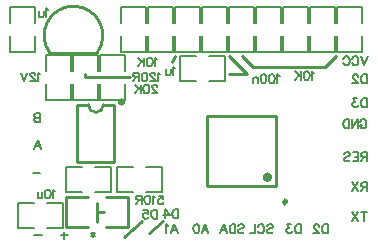
<source format=gbo>
G04 Layer: BottomSilkLayer*
G04 EasyEDA v6.1.33, Mon, 29 Apr 2019 08:20:16 GMT*
G04 411861b6da474a0787508d96397a8606,b00fa10de7d64fab8ce431aff4cbea96,10*
G04 Gerber Generator version 0.2*
G04 Scale: 100 percent, Rotated: No, Reflected: No *
G04 Dimensions in inches *
G04 leading zeros omitted , absolute positions ,2 integer and 4 decimal *
%FSLAX24Y24*%
%MOIN*%
G90*
G70D02*

%ADD10C,0.010000*%
%ADD28C,0.008000*%
%ADD31C,0.007870*%
%ADD32C,0.011811*%
%ADD33C,0.015748*%

%LPD*%
G54D10*
G01X9061Y4901D02*
G01X9061Y2578D01*
G01X6738Y2578D01*
G01X6738Y4901D01*
G01X9061Y4901D01*
G54D31*
G01X6381Y6092D02*
G01X5861Y6092D01*
G01X5861Y6907D01*
G01X6381Y6907D01*
G01X6827Y6092D02*
G01X7346Y6092D01*
G01X7346Y6907D01*
G01X6827Y6907D01*
G01X10107Y7581D02*
G01X10107Y7061D01*
G01X9292Y7061D01*
G01X9292Y7581D01*
G01X10107Y8027D02*
G01X10107Y8546D01*
G01X9292Y8546D01*
G01X9292Y8027D01*
G01X7407Y7581D02*
G01X7407Y7061D01*
G01X6592Y7061D01*
G01X6592Y7581D01*
G01X7407Y8027D02*
G01X7407Y8546D01*
G01X6592Y8546D01*
G01X6592Y8027D01*
G01X9207Y7581D02*
G01X9207Y7061D01*
G01X8392Y7061D01*
G01X8392Y7581D01*
G01X9207Y8027D02*
G01X9207Y8546D01*
G01X8392Y8546D01*
G01X8392Y8027D01*
G01X8307Y7581D02*
G01X8307Y7061D01*
G01X7492Y7061D01*
G01X7492Y7581D01*
G01X8307Y8027D02*
G01X8307Y8546D01*
G01X7492Y8546D01*
G01X7492Y8027D01*
G01X11907Y7581D02*
G01X11907Y7061D01*
G01X11092Y7061D01*
G01X11092Y7581D01*
G01X11907Y8027D02*
G01X11907Y8546D01*
G01X11092Y8546D01*
G01X11092Y8027D01*
G01X11007Y7581D02*
G01X11007Y7061D01*
G01X10192Y7061D01*
G01X10192Y7581D01*
G01X11007Y8027D02*
G01X11007Y8546D01*
G01X10192Y8546D01*
G01X10192Y8027D01*
G01X6507Y7581D02*
G01X6507Y7061D01*
G01X5692Y7061D01*
G01X5692Y7581D01*
G01X6507Y8027D02*
G01X6507Y8546D01*
G01X5692Y8546D01*
G01X5692Y8027D01*
G01X192Y8018D02*
G01X192Y8538D01*
G01X1007Y8538D01*
G01X1007Y8018D01*
G01X192Y7572D02*
G01X192Y7053D01*
G01X1007Y7053D01*
G01X1007Y7572D01*
G01X4718Y3207D02*
G01X5238Y3207D01*
G01X5238Y2392D01*
G01X4718Y2392D01*
G01X4272Y3207D02*
G01X3753Y3207D01*
G01X3753Y2392D01*
G01X4272Y2392D01*
G54D10*
G01X3400Y2200D02*
G01X4127Y2200D01*
G01X4127Y1200D01*
G01X3400Y1200D01*
G01X2800Y1200D02*
G01X2068Y1200D01*
G01X2068Y2200D01*
G01X2800Y2200D01*
G01X3096Y1396D02*
G01X3096Y2007D01*
G01X3328Y1707D02*
G01X3100Y1707D01*
G01X1520Y7009D02*
G01X3079Y7009D01*
G54D31*
G01X3892Y8027D02*
G01X3892Y8546D01*
G01X4707Y8546D01*
G01X4707Y8027D01*
G01X3892Y7581D02*
G01X3892Y7061D01*
G01X4707Y7061D01*
G01X4707Y7581D01*
G01X5607Y7581D02*
G01X5607Y7061D01*
G01X4792Y7061D01*
G01X4792Y7581D01*
G01X5607Y8027D02*
G01X5607Y8546D01*
G01X4792Y8546D01*
G01X4792Y8027D01*
G01X3192Y6418D02*
G01X3192Y6938D01*
G01X4007Y6938D01*
G01X4007Y6418D01*
G01X3192Y5972D02*
G01X3192Y5453D01*
G01X4007Y5453D01*
G01X4007Y5972D01*
G01X2292Y6418D02*
G01X2292Y6938D01*
G01X3107Y6938D01*
G01X3107Y6418D01*
G01X2292Y5972D02*
G01X2292Y5453D01*
G01X3107Y5453D01*
G01X3107Y5972D01*
G01X1392Y6418D02*
G01X1392Y6938D01*
G01X2207Y6938D01*
G01X2207Y6418D01*
G01X1392Y5972D02*
G01X1392Y5453D01*
G01X2207Y5453D01*
G01X2207Y5972D01*
G54D10*
G01X3669Y5290D02*
G01X3669Y3390D01*
G01X2430Y3390D01*
G01X2430Y5290D01*
G01X2430Y5290D02*
G01X2800Y5290D01*
G01X3300Y5290D02*
G01X3669Y5290D01*
G54D31*
G01X1418Y2007D02*
G01X1938Y2007D01*
G01X1938Y1192D01*
G01X1418Y1192D01*
G01X972Y2007D02*
G01X453Y2007D01*
G01X453Y1192D01*
G01X972Y1192D01*
G01X2581Y2392D02*
G01X2061Y2392D01*
G01X2061Y3207D01*
G01X2581Y3207D01*
G01X3027Y2392D02*
G01X3546Y2392D01*
G01X3546Y3207D01*
G01X3027Y3207D01*
G54D10*
G01X7919Y6919D02*
G01X8280Y6559D01*
G01X10680Y6559D01*
G01X11039Y6919D01*
G01X7500Y6900D02*
G01X8100Y6300D01*
G01X8100Y6300D02*
G01X7500Y6300D01*
G01X5600Y6700D02*
G01X5700Y6900D01*
G01X4200Y6200D02*
G01X2700Y6200D01*
G01X2700Y6300D01*
G01X5280Y1400D02*
G01X4819Y1000D01*
G01X4580Y1400D02*
G01X4000Y880D01*
G54D28*
G01X10771Y1299D02*
G01X10771Y1013D01*
G01X10771Y1299D02*
G01X10676Y1299D01*
G01X10635Y1286D01*
G01X10608Y1259D01*
G01X10594Y1231D01*
G01X10580Y1190D01*
G01X10580Y1122D01*
G01X10594Y1081D01*
G01X10608Y1054D01*
G01X10635Y1027D01*
G01X10676Y1013D01*
G01X10771Y1013D01*
G01X10477Y1231D02*
G01X10477Y1245D01*
G01X10463Y1272D01*
G01X10450Y1286D01*
G01X10422Y1299D01*
G01X10368Y1299D01*
G01X10340Y1286D01*
G01X10327Y1272D01*
G01X10313Y1245D01*
G01X10313Y1218D01*
G01X10327Y1190D01*
G01X10354Y1149D01*
G01X10490Y1013D01*
G01X10300Y1013D01*
G01X9871Y1299D02*
G01X9871Y1013D01*
G01X9871Y1299D02*
G01X9776Y1299D01*
G01X9735Y1286D01*
G01X9708Y1259D01*
G01X9694Y1231D01*
G01X9680Y1190D01*
G01X9680Y1122D01*
G01X9694Y1081D01*
G01X9708Y1054D01*
G01X9735Y1027D01*
G01X9776Y1013D01*
G01X9871Y1013D01*
G01X9563Y1299D02*
G01X9413Y1299D01*
G01X9495Y1190D01*
G01X9454Y1190D01*
G01X9427Y1177D01*
G01X9413Y1163D01*
G01X9400Y1122D01*
G01X9400Y1095D01*
G01X9413Y1054D01*
G01X9440Y1027D01*
G01X9481Y1013D01*
G01X9522Y1013D01*
G01X9563Y1027D01*
G01X9577Y1040D01*
G01X9590Y1068D01*
G01X8748Y1259D02*
G01X8775Y1286D01*
G01X8816Y1299D01*
G01X8870Y1299D01*
G01X8911Y1286D01*
G01X8939Y1259D01*
G01X8939Y1231D01*
G01X8925Y1204D01*
G01X8911Y1190D01*
G01X8884Y1177D01*
G01X8802Y1149D01*
G01X8775Y1136D01*
G01X8761Y1122D01*
G01X8748Y1095D01*
G01X8748Y1054D01*
G01X8775Y1027D01*
G01X8816Y1013D01*
G01X8870Y1013D01*
G01X8911Y1027D01*
G01X8939Y1054D01*
G01X8453Y1231D02*
G01X8467Y1259D01*
G01X8494Y1286D01*
G01X8521Y1299D01*
G01X8576Y1299D01*
G01X8603Y1286D01*
G01X8630Y1259D01*
G01X8644Y1231D01*
G01X8658Y1190D01*
G01X8658Y1122D01*
G01X8644Y1081D01*
G01X8630Y1054D01*
G01X8603Y1027D01*
G01X8576Y1013D01*
G01X8521Y1013D01*
G01X8494Y1027D01*
G01X8467Y1054D01*
G01X8453Y1081D01*
G01X8363Y1299D02*
G01X8363Y1013D01*
G01X8363Y1013D02*
G01X8199Y1013D01*
G01X7789Y1259D02*
G01X7816Y1286D01*
G01X7857Y1299D01*
G01X7911Y1299D01*
G01X7952Y1286D01*
G01X7980Y1259D01*
G01X7980Y1231D01*
G01X7966Y1204D01*
G01X7952Y1190D01*
G01X7925Y1177D01*
G01X7843Y1149D01*
G01X7816Y1136D01*
G01X7802Y1122D01*
G01X7789Y1095D01*
G01X7789Y1054D01*
G01X7816Y1027D01*
G01X7857Y1013D01*
G01X7911Y1013D01*
G01X7952Y1027D01*
G01X7980Y1054D01*
G01X7699Y1299D02*
G01X7699Y1013D01*
G01X7699Y1299D02*
G01X7603Y1299D01*
G01X7562Y1286D01*
G01X7535Y1259D01*
G01X7521Y1231D01*
G01X7508Y1190D01*
G01X7508Y1122D01*
G01X7521Y1081D01*
G01X7535Y1054D01*
G01X7562Y1027D01*
G01X7603Y1013D01*
G01X7699Y1013D01*
G01X7309Y1299D02*
G01X7418Y1013D01*
G01X7309Y1299D02*
G01X7200Y1013D01*
G01X7377Y1109D02*
G01X7240Y1109D01*
G01X6690Y1299D02*
G01X6799Y1013D01*
G01X6690Y1299D02*
G01X6581Y1013D01*
G01X6758Y1109D02*
G01X6621Y1109D01*
G01X6409Y1299D02*
G01X6450Y1286D01*
G01X6477Y1245D01*
G01X6491Y1177D01*
G01X6491Y1136D01*
G01X6477Y1068D01*
G01X6450Y1027D01*
G01X6409Y1013D01*
G01X6381Y1013D01*
G01X6341Y1027D01*
G01X6313Y1068D01*
G01X6300Y1136D01*
G01X6300Y1177D01*
G01X6313Y1245D01*
G01X6341Y1286D01*
G01X6381Y1299D01*
G01X6409Y1299D01*
G01X5667Y1300D02*
G01X5776Y1013D01*
G01X5667Y1300D02*
G01X5558Y1013D01*
G01X5735Y1109D02*
G01X5599Y1109D01*
G01X5468Y1245D02*
G01X5440Y1259D01*
G01X5400Y1300D01*
G01X5400Y1013D01*
G01X5785Y1799D02*
G01X5785Y1513D01*
G01X5785Y1799D02*
G01X5690Y1799D01*
G01X5649Y1786D01*
G01X5621Y1759D01*
G01X5608Y1731D01*
G01X5594Y1690D01*
G01X5594Y1622D01*
G01X5608Y1581D01*
G01X5621Y1554D01*
G01X5649Y1527D01*
G01X5690Y1513D01*
G01X5785Y1513D01*
G01X5368Y1799D02*
G01X5504Y1609D01*
G01X5300Y1609D01*
G01X5368Y1799D02*
G01X5368Y1513D01*
G01X5079Y1783D02*
G01X5079Y1497D01*
G01X5079Y1783D02*
G01X4984Y1783D01*
G01X4943Y1770D01*
G01X4916Y1743D01*
G01X4902Y1715D01*
G01X4888Y1674D01*
G01X4888Y1606D01*
G01X4902Y1565D01*
G01X4916Y1538D01*
G01X4943Y1511D01*
G01X4984Y1497D01*
G01X5079Y1497D01*
G01X4635Y1783D02*
G01X4771Y1783D01*
G01X4785Y1661D01*
G01X4771Y1674D01*
G01X4730Y1688D01*
G01X4689Y1688D01*
G01X4648Y1674D01*
G01X4621Y1647D01*
G01X4608Y1606D01*
G01X4608Y1579D01*
G01X4621Y1538D01*
G01X4648Y1511D01*
G01X4689Y1497D01*
G01X4730Y1497D01*
G01X4771Y1511D01*
G01X4785Y1524D01*
G01X4798Y1552D01*
G01X1997Y1062D02*
G01X1997Y817D01*
G01X2119Y940D02*
G01X1874Y940D01*
G01X1240Y939D02*
G01X994Y939D01*
G01X12071Y6299D02*
G01X12071Y6013D01*
G01X12071Y6299D02*
G01X11976Y6299D01*
G01X11935Y6286D01*
G01X11908Y6259D01*
G01X11894Y6231D01*
G01X11880Y6190D01*
G01X11880Y6122D01*
G01X11894Y6081D01*
G01X11908Y6054D01*
G01X11935Y6027D01*
G01X11976Y6013D01*
G01X12071Y6013D01*
G01X11777Y6231D02*
G01X11777Y6245D01*
G01X11763Y6272D01*
G01X11750Y6286D01*
G01X11722Y6299D01*
G01X11668Y6299D01*
G01X11640Y6286D01*
G01X11627Y6272D01*
G01X11613Y6245D01*
G01X11613Y6218D01*
G01X11627Y6190D01*
G01X11654Y6149D01*
G01X11790Y6013D01*
G01X11600Y6013D01*
G01X12071Y5499D02*
G01X12071Y5213D01*
G01X12071Y5499D02*
G01X11976Y5499D01*
G01X11935Y5486D01*
G01X11908Y5459D01*
G01X11894Y5431D01*
G01X11880Y5390D01*
G01X11880Y5322D01*
G01X11894Y5281D01*
G01X11908Y5254D01*
G01X11935Y5227D01*
G01X11976Y5213D01*
G01X12071Y5213D01*
G01X11763Y5499D02*
G01X11613Y5499D01*
G01X11695Y5390D01*
G01X11654Y5390D01*
G01X11627Y5377D01*
G01X11613Y5363D01*
G01X11600Y5322D01*
G01X11600Y5295D01*
G01X11613Y5254D01*
G01X11640Y5227D01*
G01X11681Y5213D01*
G01X11722Y5213D01*
G01X11763Y5227D01*
G01X11777Y5240D01*
G01X11790Y5268D01*
G01X11861Y4731D02*
G01X11875Y4759D01*
G01X11902Y4786D01*
G01X11930Y4799D01*
G01X11984Y4799D01*
G01X12011Y4786D01*
G01X12039Y4759D01*
G01X12052Y4731D01*
G01X12066Y4690D01*
G01X12066Y4622D01*
G01X12052Y4581D01*
G01X12039Y4554D01*
G01X12011Y4527D01*
G01X11984Y4513D01*
G01X11930Y4513D01*
G01X11902Y4527D01*
G01X11875Y4554D01*
G01X11861Y4581D01*
G01X11861Y4622D01*
G01X11930Y4622D02*
G01X11861Y4622D01*
G01X11772Y4799D02*
G01X11772Y4513D01*
G01X11772Y4799D02*
G01X11581Y4513D01*
G01X11581Y4799D02*
G01X11581Y4513D01*
G01X11491Y4799D02*
G01X11491Y4513D01*
G01X11491Y4799D02*
G01X11395Y4799D01*
G01X11354Y4786D01*
G01X11327Y4759D01*
G01X11313Y4731D01*
G01X11300Y4690D01*
G01X11300Y4622D01*
G01X11313Y4581D01*
G01X11327Y4554D01*
G01X11354Y4527D01*
G01X11395Y4513D01*
G01X11491Y4513D01*
G01X12107Y6899D02*
G01X11998Y6613D01*
G01X11889Y6899D02*
G01X11998Y6613D01*
G01X11594Y6831D02*
G01X11608Y6859D01*
G01X11635Y6886D01*
G01X11662Y6899D01*
G01X11717Y6899D01*
G01X11744Y6886D01*
G01X11771Y6859D01*
G01X11785Y6831D01*
G01X11798Y6790D01*
G01X11798Y6722D01*
G01X11785Y6681D01*
G01X11771Y6654D01*
G01X11744Y6627D01*
G01X11717Y6613D01*
G01X11662Y6613D01*
G01X11635Y6627D01*
G01X11608Y6654D01*
G01X11594Y6681D01*
G01X11299Y6831D02*
G01X11313Y6859D01*
G01X11340Y6886D01*
G01X11368Y6899D01*
G01X11422Y6899D01*
G01X11449Y6886D01*
G01X11477Y6859D01*
G01X11490Y6831D01*
G01X11504Y6790D01*
G01X11504Y6722D01*
G01X11490Y6681D01*
G01X11477Y6654D01*
G01X11449Y6627D01*
G01X11422Y6613D01*
G01X11368Y6613D01*
G01X11340Y6627D01*
G01X11313Y6654D01*
G01X11299Y6681D01*
G01X12071Y3699D02*
G01X12071Y3413D01*
G01X12071Y3699D02*
G01X11949Y3699D01*
G01X11908Y3686D01*
G01X11894Y3672D01*
G01X11881Y3645D01*
G01X11881Y3618D01*
G01X11894Y3590D01*
G01X11908Y3577D01*
G01X11949Y3563D01*
G01X12071Y3563D01*
G01X11976Y3563D02*
G01X11881Y3413D01*
G01X11791Y3699D02*
G01X11791Y3413D01*
G01X11791Y3699D02*
G01X11613Y3699D01*
G01X11791Y3563D02*
G01X11681Y3563D01*
G01X11791Y3413D02*
G01X11613Y3413D01*
G01X11332Y3658D02*
G01X11360Y3686D01*
G01X11401Y3699D01*
G01X11455Y3699D01*
G01X11496Y3686D01*
G01X11523Y3658D01*
G01X11523Y3631D01*
G01X11510Y3604D01*
G01X11496Y3590D01*
G01X11469Y3577D01*
G01X11387Y3549D01*
G01X11360Y3536D01*
G01X11346Y3522D01*
G01X11332Y3495D01*
G01X11332Y3454D01*
G01X11360Y3427D01*
G01X11401Y3413D01*
G01X11455Y3413D01*
G01X11496Y3427D01*
G01X11523Y3454D01*
G01X11976Y1699D02*
G01X11976Y1413D01*
G01X12071Y1699D02*
G01X11881Y1699D01*
G01X11791Y1699D02*
G01X11600Y1413D01*
G01X11600Y1699D02*
G01X11791Y1413D01*
G01X12071Y2699D02*
G01X12071Y2413D01*
G01X12071Y2699D02*
G01X11949Y2699D01*
G01X11908Y2686D01*
G01X11894Y2672D01*
G01X11881Y2645D01*
G01X11881Y2618D01*
G01X11894Y2590D01*
G01X11908Y2577D01*
G01X11949Y2563D01*
G01X12071Y2563D01*
G01X11976Y2563D02*
G01X11881Y2413D01*
G01X11791Y2699D02*
G01X11600Y2413D01*
G01X11600Y2699D02*
G01X11791Y2413D01*
G01X5100Y6809D02*
G01X5072Y6822D01*
G01X5031Y6863D01*
G01X5031Y6577D01*
G01X4860Y6863D02*
G01X4900Y6850D01*
G01X4928Y6809D01*
G01X4941Y6740D01*
G01X4941Y6700D01*
G01X4928Y6631D01*
G01X4900Y6590D01*
G01X4860Y6577D01*
G01X4832Y6577D01*
G01X4791Y6590D01*
G01X4764Y6631D01*
G01X4750Y6700D01*
G01X4750Y6740D01*
G01X4764Y6809D01*
G01X4791Y6850D01*
G01X4832Y6863D01*
G01X4860Y6863D01*
G01X4660Y6863D02*
G01X4660Y6577D01*
G01X4469Y6863D02*
G01X4660Y6672D01*
G01X4592Y6740D02*
G01X4469Y6577D01*
G01X5700Y6509D02*
G01X5673Y6522D01*
G01X5632Y6563D01*
G01X5632Y6277D01*
G01X5542Y6468D02*
G01X5542Y6332D01*
G01X5528Y6291D01*
G01X5501Y6277D01*
G01X5460Y6277D01*
G01X5433Y6291D01*
G01X5392Y6332D01*
G01X5392Y6468D02*
G01X5392Y6277D01*
G01X1468Y8445D02*
G01X1440Y8458D01*
G01X1399Y8499D01*
G01X1399Y8213D01*
G01X1309Y8404D02*
G01X1309Y8268D01*
G01X1296Y8227D01*
G01X1269Y8213D01*
G01X1228Y8213D01*
G01X1200Y8227D01*
G01X1159Y8268D01*
G01X1159Y8404D02*
G01X1159Y8213D01*
G01X10329Y6345D02*
G01X10302Y6359D01*
G01X10261Y6399D01*
G01X10261Y6113D01*
G01X10089Y6399D02*
G01X10130Y6386D01*
G01X10158Y6345D01*
G01X10171Y6277D01*
G01X10171Y6236D01*
G01X10158Y6168D01*
G01X10130Y6127D01*
G01X10089Y6113D01*
G01X10062Y6113D01*
G01X10021Y6127D01*
G01X9994Y6168D01*
G01X9980Y6236D01*
G01X9980Y6277D01*
G01X9994Y6345D01*
G01X10021Y6386D01*
G01X10062Y6399D01*
G01X10089Y6399D01*
G01X9890Y6399D02*
G01X9890Y6113D01*
G01X9699Y6399D02*
G01X9890Y6209D01*
G01X9822Y6277D02*
G01X9699Y6113D01*
G01X9170Y6245D02*
G01X9142Y6258D01*
G01X9101Y6299D01*
G01X9101Y6013D01*
G01X8930Y6299D02*
G01X8971Y6286D01*
G01X8998Y6245D01*
G01X9011Y6177D01*
G01X9011Y6136D01*
G01X8998Y6068D01*
G01X8971Y6027D01*
G01X8930Y6013D01*
G01X8902Y6013D01*
G01X8861Y6027D01*
G01X8834Y6068D01*
G01X8821Y6136D01*
G01X8821Y6177D01*
G01X8834Y6245D01*
G01X8861Y6286D01*
G01X8902Y6299D01*
G01X8930Y6299D01*
G01X8649Y6299D02*
G01X8690Y6286D01*
G01X8717Y6245D01*
G01X8731Y6177D01*
G01X8731Y6136D01*
G01X8717Y6068D01*
G01X8690Y6027D01*
G01X8649Y6013D01*
G01X8621Y6013D01*
G01X8581Y6027D01*
G01X8553Y6068D01*
G01X8540Y6136D01*
G01X8540Y6177D01*
G01X8553Y6245D01*
G01X8581Y6286D01*
G01X8621Y6299D01*
G01X8649Y6299D01*
G01X8450Y6204D02*
G01X8450Y6013D01*
G01X8450Y6149D02*
G01X8409Y6190D01*
G01X8381Y6204D01*
G01X8341Y6204D01*
G01X8313Y6190D01*
G01X8300Y6149D01*
G01X8300Y6013D01*
G01X5136Y2263D02*
G01X5272Y2263D01*
G01X5286Y2141D01*
G01X5272Y2154D01*
G01X5231Y2168D01*
G01X5190Y2168D01*
G01X5149Y2154D01*
G01X5122Y2127D01*
G01X5108Y2086D01*
G01X5108Y2059D01*
G01X5122Y2018D01*
G01X5149Y1991D01*
G01X5190Y1977D01*
G01X5231Y1977D01*
G01X5272Y1991D01*
G01X5286Y2004D01*
G01X5299Y2032D01*
G01X5018Y2209D02*
G01X4991Y2223D01*
G01X4950Y2263D01*
G01X4950Y1977D01*
G01X4778Y2263D02*
G01X4819Y2250D01*
G01X4847Y2209D01*
G01X4860Y2141D01*
G01X4860Y2100D01*
G01X4847Y2032D01*
G01X4819Y1991D01*
G01X4778Y1977D01*
G01X4751Y1977D01*
G01X4710Y1991D01*
G01X4683Y2032D01*
G01X4669Y2100D01*
G01X4669Y2141D01*
G01X4683Y2209D01*
G01X4710Y2250D01*
G01X4751Y2263D01*
G01X4778Y2263D01*
G01X4579Y2263D02*
G01X4579Y1977D01*
G01X4579Y2263D02*
G01X4457Y2263D01*
G01X4416Y2250D01*
G01X4402Y2236D01*
G01X4388Y2209D01*
G01X4388Y2182D01*
G01X4402Y2154D01*
G01X4416Y2141D01*
G01X4457Y2127D01*
G01X4579Y2127D01*
G01X4484Y2127D02*
G01X4388Y1977D01*
G01X1200Y6309D02*
G01X1173Y6323D01*
G01X1132Y6364D01*
G01X1132Y6077D01*
G01X1028Y6295D02*
G01X1028Y6309D01*
G01X1015Y6336D01*
G01X1001Y6350D01*
G01X974Y6364D01*
G01X919Y6364D01*
G01X892Y6350D01*
G01X878Y6336D01*
G01X865Y6309D01*
G01X865Y6282D01*
G01X878Y6255D01*
G01X905Y6214D01*
G01X1042Y6077D01*
G01X851Y6077D01*
G01X761Y6364D02*
G01X652Y6077D01*
G01X543Y6364D02*
G01X652Y6077D01*
G01X1191Y4999D02*
G01X1191Y4713D01*
G01X1191Y4999D02*
G01X1068Y4999D01*
G01X1027Y4986D01*
G01X1013Y4972D01*
G01X1000Y4945D01*
G01X1000Y4918D01*
G01X1013Y4890D01*
G01X1027Y4877D01*
G01X1068Y4863D01*
G01X1191Y4863D02*
G01X1068Y4863D01*
G01X1027Y4849D01*
G01X1013Y4836D01*
G01X1000Y4809D01*
G01X1000Y4768D01*
G01X1013Y4740D01*
G01X1027Y4727D01*
G01X1068Y4713D01*
G01X1191Y4713D01*
G01X1109Y4099D02*
G01X1218Y3813D01*
G01X1109Y4099D02*
G01X1000Y3813D01*
G01X1177Y3909D02*
G01X1041Y3909D01*
G01X5200Y6309D02*
G01X5172Y6322D01*
G01X5131Y6363D01*
G01X5131Y6077D01*
G01X5028Y6295D02*
G01X5028Y6309D01*
G01X5014Y6336D01*
G01X5000Y6350D01*
G01X4973Y6363D01*
G01X4919Y6363D01*
G01X4891Y6350D01*
G01X4878Y6336D01*
G01X4864Y6309D01*
G01X4864Y6281D01*
G01X4878Y6254D01*
G01X4905Y6213D01*
G01X5041Y6077D01*
G01X4850Y6077D01*
G01X4679Y6363D02*
G01X4720Y6350D01*
G01X4747Y6309D01*
G01X4760Y6240D01*
G01X4760Y6200D01*
G01X4747Y6131D01*
G01X4720Y6090D01*
G01X4679Y6077D01*
G01X4651Y6077D01*
G01X4610Y6090D01*
G01X4583Y6131D01*
G01X4570Y6200D01*
G01X4570Y6240D01*
G01X4583Y6309D01*
G01X4610Y6350D01*
G01X4651Y6363D01*
G01X4679Y6363D01*
G01X4480Y6363D02*
G01X4480Y6077D01*
G01X4480Y6363D02*
G01X4357Y6363D01*
G01X4316Y6350D01*
G01X4302Y6336D01*
G01X4289Y6309D01*
G01X4289Y6281D01*
G01X4302Y6254D01*
G01X4316Y6240D01*
G01X4357Y6227D01*
G01X4480Y6227D01*
G01X4384Y6227D02*
G01X4289Y6077D01*
G01X5086Y5895D02*
G01X5086Y5909D01*
G01X5072Y5936D01*
G01X5059Y5950D01*
G01X5031Y5963D01*
G01X4977Y5963D01*
G01X4950Y5950D01*
G01X4936Y5936D01*
G01X4922Y5909D01*
G01X4922Y5881D01*
G01X4936Y5854D01*
G01X4963Y5813D01*
G01X5100Y5677D01*
G01X4909Y5677D01*
G01X4737Y5963D02*
G01X4778Y5950D01*
G01X4805Y5909D01*
G01X4819Y5840D01*
G01X4819Y5800D01*
G01X4805Y5731D01*
G01X4778Y5690D01*
G01X4737Y5677D01*
G01X4710Y5677D01*
G01X4669Y5690D01*
G01X4641Y5731D01*
G01X4628Y5800D01*
G01X4628Y5840D01*
G01X4641Y5909D01*
G01X4669Y5950D01*
G01X4710Y5963D01*
G01X4737Y5963D01*
G01X4538Y5963D02*
G01X4538Y5677D01*
G01X4347Y5963D02*
G01X4538Y5772D01*
G01X4470Y5840D02*
G01X4347Y5677D01*
G01X2948Y1040D02*
G01X2948Y876D01*
G01X3016Y999D02*
G01X2879Y917D01*
G01X2879Y999D02*
G01X3016Y917D01*
G01X1200Y3000D02*
G01X954Y3000D01*
G01X1700Y2409D02*
G01X1672Y2422D01*
G01X1631Y2463D01*
G01X1631Y2177D01*
G01X1459Y2463D02*
G01X1500Y2450D01*
G01X1528Y2409D01*
G01X1541Y2340D01*
G01X1541Y2300D01*
G01X1528Y2231D01*
G01X1500Y2190D01*
G01X1459Y2177D01*
G01X1432Y2177D01*
G01X1391Y2190D01*
G01X1364Y2231D01*
G01X1350Y2300D01*
G01X1350Y2340D01*
G01X1364Y2409D01*
G01X1391Y2450D01*
G01X1432Y2463D01*
G01X1459Y2463D01*
G01X1260Y2368D02*
G01X1260Y2231D01*
G01X1247Y2190D01*
G01X1219Y2177D01*
G01X1179Y2177D01*
G01X1151Y2190D01*
G01X1110Y2231D01*
G01X1110Y2368D02*
G01X1110Y2177D01*
G54D32*
G75*
G01X9357Y2106D02*
G02X9356Y2106I0J-59D01*
G01*
G54D33*
G75*
G01X8766Y2953D02*
G02X8765Y2953I-1J-79D01*
G01*
G54D10*
G75*
G01X1520Y7009D02*
G02X3080Y7009I780J590D01*
G01*
G75*
G01X2800Y5290D02*
G03X3300Y5290I250J0D01*
G01*
G75*
G01X3975Y5380D02*
G03X3975Y5380I-75J0D01*
G01*
M00*
M02*

</source>
